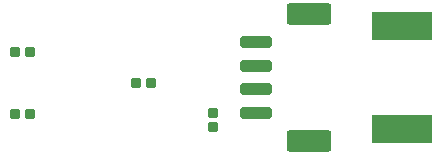
<source format=gbr>
%TF.GenerationSoftware,KiCad,Pcbnew,(6.0.7)*%
%TF.CreationDate,2022-08-24T15:08:17+02:00*%
%TF.ProjectId,diff-probe,64696666-2d70-4726-9f62-652e6b696361,rev?*%
%TF.SameCoordinates,Original*%
%TF.FileFunction,Paste,Bot*%
%TF.FilePolarity,Positive*%
%FSLAX46Y46*%
G04 Gerber Fmt 4.6, Leading zero omitted, Abs format (unit mm)*
G04 Created by KiCad (PCBNEW (6.0.7)) date 2022-08-24 15:08:17*
%MOMM*%
%LPD*%
G01*
G04 APERTURE LIST*
G04 Aperture macros list*
%AMRoundRect*
0 Rectangle with rounded corners*
0 $1 Rounding radius*
0 $2 $3 $4 $5 $6 $7 $8 $9 X,Y pos of 4 corners*
0 Add a 4 corners polygon primitive as box body*
4,1,4,$2,$3,$4,$5,$6,$7,$8,$9,$2,$3,0*
0 Add four circle primitives for the rounded corners*
1,1,$1+$1,$2,$3*
1,1,$1+$1,$4,$5*
1,1,$1+$1,$6,$7*
1,1,$1+$1,$8,$9*
0 Add four rect primitives between the rounded corners*
20,1,$1+$1,$2,$3,$4,$5,0*
20,1,$1+$1,$4,$5,$6,$7,0*
20,1,$1+$1,$6,$7,$8,$9,0*
20,1,$1+$1,$8,$9,$2,$3,0*%
G04 Aperture macros list end*
%ADD10R,5.080000X2.420000*%
%ADD11RoundRect,0.100000X-0.300000X0.300000X-0.300000X-0.300000X0.300000X-0.300000X0.300000X0.300000X0*%
%ADD12RoundRect,0.100000X0.300000X-0.300000X0.300000X0.300000X-0.300000X0.300000X-0.300000X-0.300000X0*%
%ADD13RoundRect,0.250000X-1.100000X0.250000X-1.100000X-0.250000X1.100000X-0.250000X1.100000X0.250000X0*%
%ADD14RoundRect,0.250000X-1.650000X0.650000X-1.650000X-0.650000X1.650000X-0.650000X1.650000X0.650000X0*%
%ADD15RoundRect,0.100000X-0.300000X-0.300000X0.300000X-0.300000X0.300000X0.300000X-0.300000X0.300000X0*%
%ADD16RoundRect,0.100000X0.300000X0.300000X-0.300000X0.300000X-0.300000X-0.300000X0.300000X-0.300000X0*%
G04 APERTURE END LIST*
D10*
%TO.C,X2*%
X170530000Y-93620000D03*
X170530000Y-102380000D03*
%TD*%
D11*
%TO.C,C1*%
X154500000Y-100975000D03*
D12*
X154500000Y-102225000D03*
%TD*%
D13*
%TO.C,J4*%
X158150000Y-95000000D03*
X158150000Y-97000000D03*
X158150000Y-99000000D03*
X158150000Y-101000000D03*
D14*
X162600000Y-103350000D03*
X162600000Y-92650000D03*
%TD*%
D15*
%TO.C,R27*%
X137756100Y-101128600D03*
D16*
X139006100Y-101128600D03*
%TD*%
D15*
%TO.C,R37*%
X137756100Y-95878600D03*
D16*
X139006100Y-95878600D03*
%TD*%
D15*
%TO.C,R38*%
X148006100Y-98503600D03*
D16*
X149256100Y-98503600D03*
%TD*%
M02*

</source>
